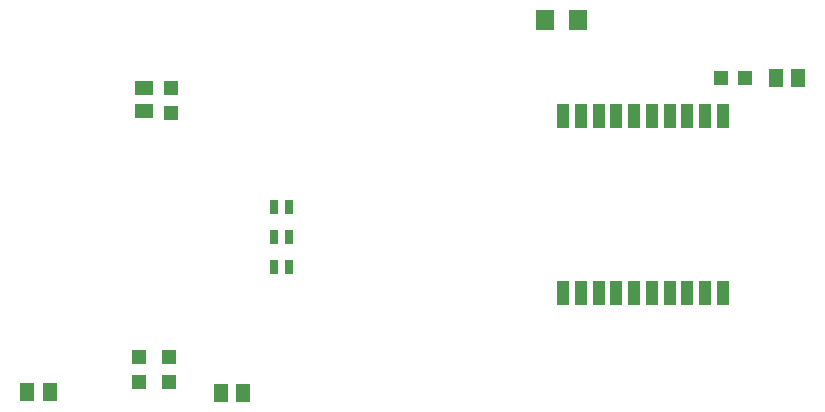
<source format=gbr>
G04 EAGLE Gerber RS-274X export*
G75*
%MOMM*%
%FSLAX34Y34*%
%LPD*%
%INSolderpaste Top*%
%IPPOS*%
%AMOC8*
5,1,8,0,0,1.08239X$1,22.5*%
G01*
%ADD10R,1.600000X1.800000*%
%ADD11R,0.635000X1.270000*%
%ADD12R,1.000000X2.000000*%
%ADD13R,1.200000X1.200000*%
%ADD14R,1.300000X1.500000*%
%ADD15R,1.500000X1.300000*%


D10*
X648780Y336550D03*
X676780Y336550D03*
D11*
X431800Y127000D03*
X419100Y127000D03*
X419100Y152400D03*
X419100Y177800D03*
X431800Y152400D03*
X431800Y177800D03*
D12*
X664020Y105340D03*
X679020Y105340D03*
X694020Y105340D03*
X709020Y105340D03*
X724020Y105340D03*
X739020Y105340D03*
X754020Y105340D03*
X769020Y105340D03*
X784020Y105340D03*
X799020Y105340D03*
X799020Y255340D03*
X784020Y255340D03*
X769020Y255340D03*
X754020Y255340D03*
X739020Y255340D03*
X724020Y255340D03*
X709020Y255340D03*
X694020Y255340D03*
X679020Y255340D03*
X664020Y255340D03*
D13*
X818220Y287020D03*
X797220Y287020D03*
X304800Y30140D03*
X304800Y51140D03*
X331470Y278470D03*
X331470Y257470D03*
D14*
X862940Y287020D03*
X843940Y287020D03*
X210210Y21590D03*
X229210Y21590D03*
D15*
X308610Y259740D03*
X308610Y278740D03*
D13*
X330200Y30140D03*
X330200Y51140D03*
D14*
X393040Y20320D03*
X374040Y20320D03*
M02*

</source>
